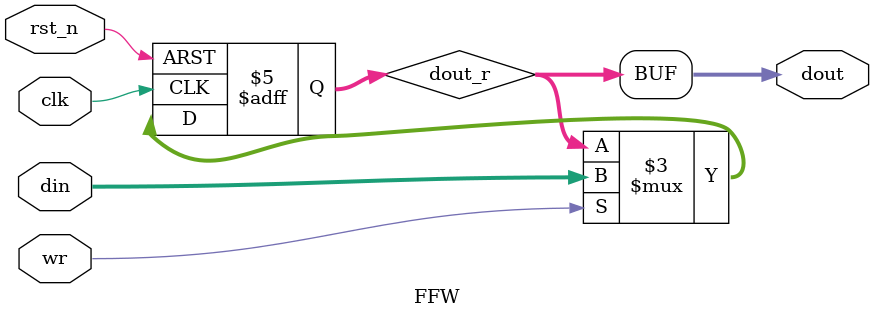
<source format=v>
/*
 * Description: This module is all about FF(flip-flop).
 *		1. FF: negedge reset, NO write-able.
 *		2. FFW: negedge reset, with write-able.
 * Author: ZengYX
 * Date:   2014.8.1
 */

module FF (
	clk, rst_n, din, dout
);

	parameter WIDTH = 8, RESET = 0;
	
	input              clk;
	input              rst_n;
	input  [0:WIDTH-1] din;
	output [0:WIDTH-1] dout;
	
	reg [0:WIDTH-1] dout_r;
	
	always @( posedge clk ) begin
		if ( !rst_n )
			dout_r <= RESET;
		else
			dout_r <= din;
	end // end always
	
	assign dout = dout_r;
	
endmodule

module FFW (
	clk, rst_n, wr, din, dout
);

	parameter WIDTH = 8, RESET = 0;
	
	input              clk;
	input              rst_n;
	input			   wr;	
	input  [0:WIDTH-1] din;
	output [0:WIDTH-1] dout;
	
	reg [0:WIDTH-1] dout_r;
	
	always @( posedge clk or negedge rst_n ) begin
		if ( !rst_n )
			dout_r <= RESET;
		else if ( wr )
			dout_r <= din;
	end // end always
	
	assign dout = dout_r;
	
endmodule

</source>
